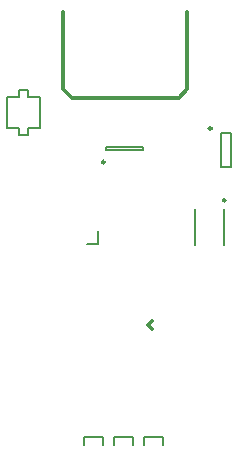
<source format=gto>
G04*
G04 #@! TF.GenerationSoftware,Altium Limited,Altium Designer,21.7.2 (23)*
G04*
G04 Layer_Color=65535*
%FSLAX25Y25*%
%MOIN*%
G70*
G04*
G04 #@! TF.SameCoordinates,D6489F60-8050-45FC-BC62-49AB9328694B*
G04*
G04*
G04 #@! TF.FilePolarity,Positive*
G04*
G01*
G75*
%ADD10C,0.00984*%
%ADD11C,0.00866*%
%ADD12C,0.00787*%
%ADD13C,0.01181*%
D10*
X73776Y118587D02*
G03*
X73776Y118587I-492J0D01*
G01*
X38165Y107445D02*
G03*
X38165Y107445I-492J0D01*
G01*
D11*
X78362Y94673D02*
G03*
X78362Y94673I-394J0D01*
G01*
D12*
X32075Y80201D02*
X35860D01*
Y84357D01*
X76925Y117209D02*
X80075D01*
X76925Y105791D02*
X80075D01*
X76925D02*
Y117209D01*
X80075Y105791D02*
Y117209D01*
X68126Y79909D02*
Y91720D01*
X77969Y79909D02*
Y91720D01*
X9425Y129118D02*
Y131480D01*
X5488Y129118D02*
X9425D01*
X5488Y118882D02*
Y129118D01*
Y118882D02*
X9425D01*
Y116520D02*
Y118882D01*
Y116520D02*
X12575D01*
Y118882D01*
X16512D01*
Y129118D01*
X12575D02*
X16512D01*
X12575D02*
Y131480D01*
X9425D02*
X12575D01*
X57650Y13150D02*
Y15905D01*
X51350Y13150D02*
Y15905D01*
X57650D01*
X41350D02*
X47650D01*
X41350Y13150D02*
Y15905D01*
X47650Y13150D02*
Y15905D01*
X31350D02*
X37650D01*
X31350Y13150D02*
Y15905D01*
X37650Y13150D02*
Y15905D01*
X38658Y111382D02*
Y112563D01*
X50862Y111382D02*
Y112563D01*
X38658Y111382D02*
X50862D01*
X38658Y112563D02*
X50862D01*
D13*
X52636Y53190D02*
X54027Y54582D01*
X52636Y53190D02*
X54027Y51798D01*
X27283Y128752D02*
X62717D01*
X65669Y131705D01*
X24331D02*
X27283Y128752D01*
X24331Y131705D02*
Y157295D01*
X65669Y131705D02*
Y157295D01*
M02*

</source>
